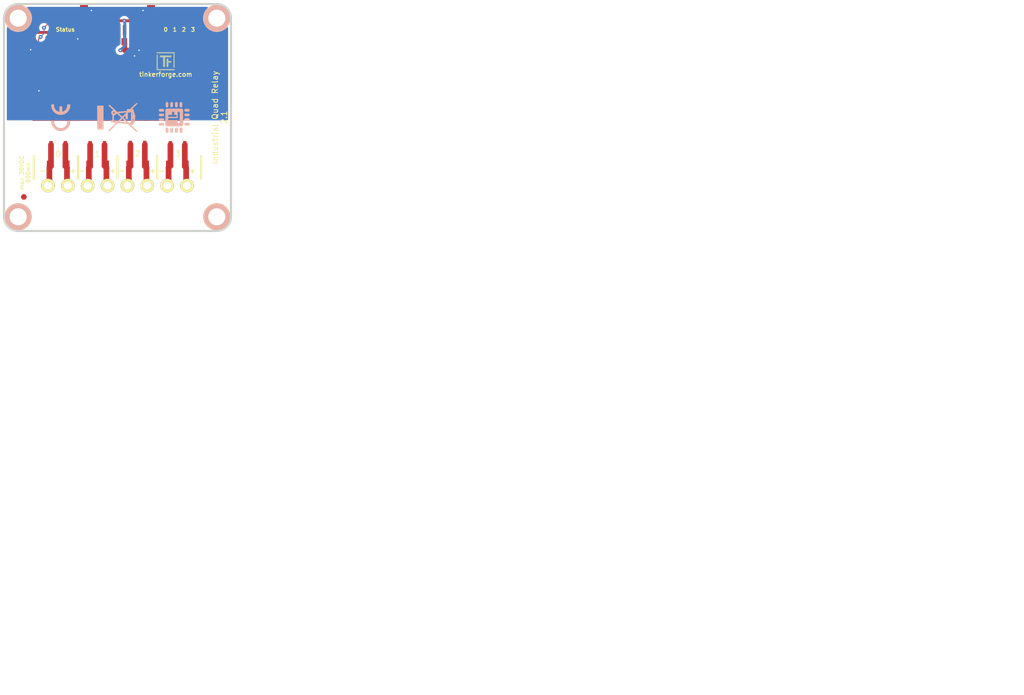
<source format=kicad_pcb>
(kicad_pcb (version 20211014) (generator pcbnew)
  (title_block (title "Industrial Quad Relay Bricklet") (date "2021-12-03") (rev "2.1") (company "Tinkerforge GmbH") (comment 1 "Licensed under CERN OHL v.1.1") (comment 2 "Copyright (©) 2021, B.Nordmeyer <bastian@tinkerforge.com>"))
  (layers (0 "F.Cu" signal "Front") (31 "B.Cu" signal "Back") (34 "B.Paste" user) (35 "F.Paste" user) (36 "B.SilkS" user "B.Silkscreen") (37 "F.SilkS" user "F.Silkscreen") (38 "B.Mask" user) (39 "F.Mask" user) (44 "Edge.Cuts" user))
  (net 0 "")
  (net 1 "3V3")
  (net 2 "GND")
  (net 3 "OUTPUT1")
  (net 4 "OUTPUT2")
  (net 5 "OUTPUT3")
  (net 6 "Net-(P1-Pad4)")
  (net 7 "Net-(P1-Pad5)")
  (net 8 "Net-(P1-Pad6)")
  (net 9 "Net-(P2-Pad2)")
  (net 10 "Net-(P2-Pad3)")
  (net 11 "Net-(P2-Pad4)")
  (net 12 "Net-(P2-Pad1)")
  (net 13 "Net-(P2-Pad5)")
  (net 14 "Net-(P2-Pad6)")
  (net 15 "Net-(P2-Pad7)")
  (net 16 "Net-(P2-Pad8)")
  (net 17 "Net-(RP1-Pad5)")
  (net 18 "Net-(RP1-Pad6)")
  (net 19 "Net-(RP1-Pad7)")
  (net 20 "Net-(RP1-Pad8)")
  (net 21 "Net-(C2-Pad1)")
  (net 22 "Net-(D1-Pad2)")
  (net 23 "Net-(P3-Pad1)")
  (net 24 "Net-(P4-Pad2)")
  (net 25 "Net-(R5-Pad1)")
  (net 26 "S-MISO")
  (net 27 "S-MOSI")
  (net 28 "S-CLK")
  (net 29 "S-CS")
  (net 30 "LED0")
  (net 31 "LED1")
  (net 32 "LED2")
  (net 33 "LED3")
  (net 34 "OUTPUT0")
  (net 35 "Net-(D2-Pad2)")
  (net 36 "Net-(D3-Pad2)")
  (net 37 "Net-(D4-Pad2)")
  (net 38 "Net-(D5-Pad2)")
  (net 39 "Net-(P1-Pad1)")
  (net 40 "Net-(U1-Pad2)")
  (net 41 "Net-(U1-Pad3)")
  (net 42 "Net-(U1-Pad4)")
  (net 43 "Net-(U1-Pad5)")
  (net 44 "Net-(U1-Pad6)")
  (net 45 "Net-(U1-Pad8)")
  (net 46 "Net-(U1-Pad11)")
  (footprint "kicad-libraries:Fiducial_Mark" (layer "F.Cu") (at 101.30028 72.04964)
    (fp_text reference "Fiducial_Mark" hide)
    (fp_text value "VAL**" hide)
    (pad "1" smd circle locked (at 0 0) (size 1.00076 1.00076) (layers "F.Cu" "F.Paste" "F.Mask") (clearance 0.65024))
  )
  (footprint "kicad-libraries:Fiducial_Mark" (layer "F.Cu") (at 135.8011 44.54906)
    (fp_text reference "Fiducial_Mark" hide)
    (fp_text value "VAL**" hide)
    (pad "1" smd circle locked (at 0 0) (size 1.00076 1.00076) (layers "F.Cu" "F.Paste" "F.Mask") (clearance 0.65024))
  )
  (footprint "kicad-libraries:Logo_31x31" (layer "F.Cu") (at 124.7 46.55)
    (fp_text reference "G***" hide)
    (fp_text value "Logo_31x31" hide)
  )
  (footprint "kicad-libraries:DEBUG_PAD" (layer "F.Cu") (at 104.35 50.2)
    (fp_text reference "P3")
    (fp_text value "Debug")
    (pad "1" smd circle locked (at 0 0) (size 0.7 0.7) (layers "F.Cu" "F.Paste" "F.Mask") (net 23 "Net-(P3-Pad1)"))
  )
  (footprint "kicad-libraries:SolderJumper" (layer "F.Cu") (at 103.95 52.1 90)
    (fp_text reference "P4")
    (fp_text value "Boot")
    (pad "1" smd rect locked (at -0.225 0.55 90) (size 0.95 0.3) (layers "F.Cu" "F.Mask") (net 2 "GND"))
    (pad "1" smd rect locked (at -0.225 -0.55 90) (size 0.95 0.3) (layers "F.Cu" "F.Mask") (net 2 "GND"))
    (pad "1" smd rect locked (at -0.5 0 90) (size 0.4 1.4) (layers "F.Cu" "F.Mask") (net 2 "GND"))
    (pad "2" smd rect locked (at 0.55 0 90) (size 0.3 1.4) (layers "F.Cu" "F.Mask") (net 24 "Net-(P4-Pad2)"))
    (pad "2" smd rect locked (at 0.15 0 90) (size 0.6 0.5) (layers "F.Cu" "F.Mask") (net 24 "Net-(P4-Pad2)"))
  )
  (footprint "kicad-libraries:4X0402" (layer "F.Cu") (at 112.2 45.9 90)
    (fp_text reference "RP2")
    (fp_text value "82")
    (pad "1" smd rect locked (at -0.7493 0.575 270) (size 0.29972 0.65) (layers "F.Cu" "F.Paste" "F.Mask") (net 6 "Net-(P1-Pad4)"))
    (pad "2" smd rect locked (at -0.24892 0.575 270) (size 0.29972 0.65) (layers "F.Cu" "F.Paste" "F.Mask") (net 7 "Net-(P1-Pad5)"))
    (pad "3" smd rect locked (at 0.24892 0.575 270) (size 0.29972 0.65) (layers "F.Cu" "F.Paste" "F.Mask") (net 8 "Net-(P1-Pad6)"))
    (pad "4" smd rect locked (at 0.7493 0.575 270) (size 0.29972 0.65) (layers "F.Cu" "F.Paste" "F.Mask") (net 21 "Net-(C2-Pad1)"))
    (pad "5" smd rect locked (at 0.7493 -0.575 90) (size 0.29972 0.65) (layers "F.Cu" "F.Paste" "F.Mask") (net 26 "S-MISO"))
    (pad "6" smd rect locked (at 0.24892 -0.575 90) (size 0.29972 0.65) (layers "F.Cu" "F.Paste" "F.Mask") (net 27 "S-MOSI"))
    (pad "7" smd rect locked (at -0.24892 -0.575 90) (size 0.29972 0.65) (layers "F.Cu" "F.Paste" "F.Mask") (net 28 "S-CLK"))
    (pad "8" smd rect locked (at -0.7493 -0.575 90) (size 0.29972 0.65) (layers "F.Cu" "F.Paste" "F.Mask") (net 29 "S-CS"))
  )
  (footprint "kicad-libraries:QFN24-4x4mm-0.5mm" (layer "F.Cu") (at 106.8 46.8 -90)
    (fp_text reference "U1")
    (fp_text value "XMC1100")
    (pad "1" smd oval locked (at -2.025 -1.25 270) (size 1 0.3) (layers "F.Cu" "F.Paste" "F.Mask") (net 26 "S-MISO"))
    (pad "2" smd oval locked (at -2.025 -0.75 270) (size 1 0.3) (layers "F.Cu" "F.Paste" "F.Mask") (net 40 "Net-(U1-Pad2)"))
    (pad "3" smd oval locked (at -2.025 -0.25 270) (size 1 0.3) (layers "F.Cu" "F.Paste" "F.Mask") (net 41 "Net-(U1-Pad3)"))
    (pad "4" smd oval locked (at -2.025 0.25 270) (size 1 0.3) (layers "F.Cu" "F.Paste" "F.Mask") (net 42 "Net-(U1-Pad4)"))
    (pad "5" smd oval locked (at -2.025 0.75 270) (size 1 0.3) (layers "F.Cu" "F.Paste" "F.Mask") (net 43 "Net-(U1-Pad5)"))
    (pad "6" smd oval locked (at -2.025 1.25 270) (size 1 0.3) (layers "F.Cu" "F.Paste" "F.Mask") (net 44 "Net-(U1-Pad6)"))
    (pad "7" smd oval locked (at -1.25 2.025) (size 1 0.3) (layers "F.Cu" "F.Paste" "F.Mask") (net 25 "Net-(R5-Pad1)"))
    (pad "8" smd oval locked (at -0.75 2.025) (size 1 0.3) (layers "F.Cu" "F.Paste" "F.Mask") (net 45 "Net-(U1-Pad8)"))
    (pad "9" smd oval locked (at -0.25 2.025) (size 1 0.3) (layers "F.Cu" "F.Paste" "F.Mask") (net 2 "GND"))
    (pad "10" smd oval locked (at 0.25 2.025) (size 1 0.3) (layers "F.Cu" "F.Paste" "F.Mask") (net 1 "3V3"))
    (pad "11" smd oval locked (at 0.75 2.025) (size 1 0.3) (layers "F.Cu" "F.Paste" "F.Mask") (net 46 "Net-(U1-Pad11)"))
    (pad "12" smd oval locked (at 1.25 2.025) (size 1 0.3) (layers "F.Cu" "F.Paste" "F.Mask") (net 24 "Net-(P4-Pad2)"))
    (pad "13" smd oval locked (at 2.025 1.25 270) (size 1 0.3) (layers "F.Cu" "F.Paste" "F.Mask") (net 23 "Net-(P3-Pad1)"))
    (pad "14" smd oval locked (at 2.025 0.75 270) (size 1 0.3) (layers "F.Cu" "F.Paste" "F.Mask") (net 34 "OUTPUT0"))
    (pad "15" smd oval locked (at 2.025 0.25 270) (size 1 0.3) (layers "F.Cu" "F.Paste" "F.Mask") (net 3 "OUTPUT1"))
    (pad "16" smd oval locked (at 2.025 -0.25 270) (size 1 0.3) (layers "F.Cu" "F.Paste" "F.Mask") (net 4 "OUTPUT2"))
    (pad "17" smd oval locked (at 2.025 -0.75 270) (size 1 0.3) (layers "F.Cu" "F.Paste" "F.Mask") (net 5 "OUTPUT3"))
    (pad "18" smd oval locked (at 2.025 -1.25 270) (size 1 0.3) (layers "F.Cu" "F.Paste" "F.Mask") (net 33 "LED3"))
    (pad "19" smd oval locked (at 1.25 -2.025) (size 1 0.3) (layers "F.Cu" "F.Paste" "F.Mask") (net 32 "LED2"))
    (pad "20" smd oval locked (at 0.75 -2.025) (size 1 0.3) (layers "F.Cu" "F.Paste" "F.Mask") (net 31 "LED1"))
    (pad "21" smd oval locked (at 0.25 -2.025) (size 1 0.3) (layers "F.Cu" "F.Paste" "F.Mask") (net 30 "LED0"))
    (pad "22" smd oval locked (at -0.25 -2.025) (size 1 0.3) (layers "F.Cu" "F.Paste" "F.Mask") (net 29 "S-CS"))
    (pad "23" smd oval locked (at -0.75 -2.025) (size 1 0.3) (layers "F.Cu" "F.Paste" "F.Mask") (net 28 "S-CLK"))
    (pad "24" smd oval locked (at -1.25 -2.025) (size 1 0.3) (layers "F.Cu" "F.Paste" "F.Mask") (net 27 "S-MOSI"))
    (pad "EXP" smd rect locked (at -0.65 -0.65 270) (size 1.3 1.3) (layers "F.Cu" "F.Paste" "F.Mask") (net 2 "GND"))
    (pad "EXP" smd rect locked (at -0.65 0.65 270) (size 1.3 1.3) (layers "F.Cu" "F.Paste" "F.Mask") (net 2 "GND"))
    (pad "EXP" smd rect locked (at 0.65 -0.65 270) (size 1.3 1.3) (layers "F.Cu" "F.Paste" "F.Mask") (net 2 "GND"))
    (pad "EXP" smd rect locked (at 0.65 0.65 270) (size 1.3 1.3) (layers "F.Cu" "F.Paste" "F.Mask") (net 2 "GND"))
  )
  (footprint "kicad-libraries:C0603F" (layer "F.Cu") (at 120 46.2)
    (fp_text reference "C1")
    (fp_text value "100nF")
    (pad "1" smd rect locked (at -0.75 0) (size 0.9 0.9) (layers "F.Cu" "F.Paste" "F.Mask") (net 1 "3V3"))
    (pad "2" smd rect locked (at 0.75 0) (size 0.9 0.9) (layers "F.Cu" "F.Paste" "F.Mask") (net 2 "GND"))
  )
  (footprint "kicad-libraries:C0402F" (layer "F.Cu") (at 112.1 44.2 180)
    (fp_text reference "C2")
    (fp_text value "220pF")
    (pad "1" smd rect locked (at -0.5 0 180) (size 0.6 0.7) (layers "F.Cu" "F.Paste" "F.Mask") (net 21 "Net-(C2-Pad1)"))
    (pad "2" smd rect locked (at 0.5 0 180) (size 0.6 0.7) (layers "F.Cu" "F.Paste" "F.Mask") (net 2 "GND"))
  )
  (footprint "kicad-libraries:C0805" (layer "F.Cu") (at 120 44.7)
    (fp_text reference "C3")
    (fp_text value "10uF")
    (pad "1" smd rect locked (at -1.00076 0) (size 1.00076 1.24968) (layers "F.Cu" "F.Paste" "F.Mask") (net 1 "3V3") (clearance 0.14986))
    (pad "2" smd rect locked (at 1.00076 0) (size 1.00076 1.24968) (layers "F.Cu" "F.Paste" "F.Mask") (net 2 "GND") (clearance 0.14986))
  )
  (footprint "kicad-libraries:C0603F" (layer "F.Cu") (at 103.3 46.9 90)
    (fp_text reference "C4")
    (fp_text value "100nF")
    (pad "1" smd rect locked (at -0.75 0 90) (size 0.9 0.9) (layers "F.Cu" "F.Paste" "F.Mask") (net 1 "3V3"))
    (pad "2" smd rect locked (at 0.75 0 90) (size 0.9 0.9) (layers "F.Cu" "F.Paste" "F.Mask") (net 2 "GND"))
  )
  (footprint "kicad-libraries:D0603F" (layer "F.Cu") (at 109.3 40.55 90)
    (fp_text reference "D1")
    (fp_text value "blue")
    (pad "1" smd rect locked (at -0.75 0 90) (size 0.9 0.9) (layers "F.Cu" "F.Paste" "F.Mask") (net 1 "3V3"))
    (pad "2" smd rect locked (at 0.75 0 90) (size 0.9 0.9) (layers "F.Cu" "F.Paste" "F.Mask") (net 22 "Net-(D1-Pad2)"))
  )
  (footprint "kicad-libraries:D0603F" (layer "F.Cu") (at 126.3 40.55 -90)
    (fp_text reference "D2")
    (fp_text value "blue")
    (pad "1" smd rect locked (at -0.75 0 270) (size 0.9 0.9) (layers "F.Cu" "F.Paste" "F.Mask") (net 1 "3V3"))
    (pad "2" smd rect locked (at 0.75 0 270) (size 0.9 0.9) (layers "F.Cu" "F.Paste" "F.Mask") (net 35 "Net-(D2-Pad2)"))
  )
  (footprint "kicad-libraries:D0603F" (layer "F.Cu") (at 127.9 40.55 -90)
    (fp_text reference "D3")
    (fp_text value "blue")
    (pad "1" smd rect locked (at -0.75 0 270) (size 0.9 0.9) (layers "F.Cu" "F.Paste" "F.Mask") (net 1 "3V3"))
    (pad "2" smd rect locked (at 0.75 0 270) (size 0.9 0.9) (layers "F.Cu" "F.Paste" "F.Mask") (net 36 "Net-(D3-Pad2)"))
  )
  (footprint "kicad-libraries:D0603F" (layer "F.Cu") (at 129.5 40.55 -90)
    (fp_text reference "D4")
    (fp_text value "blue")
    (pad "1" smd rect locked (at -0.75 0 270) (size 0.9 0.9) (layers "F.Cu" "F.Paste" "F.Mask") (net 1 "3V3"))
    (pad "2" smd rect locked (at 0.75 0 270) (size 0.9 0.9) (layers "F.Cu" "F.Paste" "F.Mask") (net 37 "Net-(D4-Pad2)"))
  )
  (footprint "kicad-libraries:D0603F" (layer "F.Cu") (at 131.1 40.55 -90)
    (fp_text reference "D5")
    (fp_text value "blue")
    (pad "1" smd rect locked (at -0.75 0 270) (size 0.9 0.9) (layers "F.Cu" "F.Paste" "F.Mask") (net 1 "3V3"))
    (pad "2" smd rect locked (at 0.75 0 270) (size 0.9 0.9) (layers "F.Cu" "F.Paste" "F.Mask") (net 38 "Net-(D5-Pad2)"))
  )
  (footprint "kicad-libraries:CON-SENSOR2" (layer "F.Cu") (at 117.80012 38.0492 180)
    (fp_text reference "P1")
    (fp_text value "CON-SENSOR")
    (pad "1" smd rect locked (at -3.75 -4.6 180) (size 0.6 1.8) (layers "F.Cu" "F.Paste" "F.Mask") (net 39 "Net-(P1-Pad1)"))
    (pad "2" smd rect locked (at -2.5 -4.6 180) (size 0.6 1.8) (layers "F.Cu" "F.Paste" "F.Mask") (net 2 "GND"))
    (pad "3" smd rect locked (at -1.25 -4.6 180) (size 0.6 1.8) (layers "F.Cu" "F.Paste" "F.Mask") (net 1 "3V3"))
    (pad "4" smd rect locked (at 0 -4.6 180) (size 0.6 1.8) (layers "F.Cu" "F.Paste" "F.Mask") (net 6 "Net-(P1-Pad4)"))
    (pad "5" smd rect locked (at 1.25 -4.6 180) (size 0.6 1.8) (layers "F.Cu" "F.Paste" "F.Mask") (net 7 "Net-(P1-Pad5)"))
    (pad "6" smd rect locked (at 2.5 -4.6 180) (size 0.6 1.8) (layers "F.Cu" "F.Paste" "F.Mask") (net 8 "Net-(P1-Pad6)"))
    (pad "7" smd rect locked (at 3.75 -4.6 180) (size 0.6 1.8) (layers "F.Cu" "F.Paste" "F.Mask") (net 21 "Net-(C2-Pad1)"))
    (pad "EP" smd rect locked (at 5.9 -1.2 180) (size 1.4 2.4) (layers "F.Cu" "F.Paste" "F.Mask") (net 2 "GND"))
    (pad "EP" smd rect locked (at -5.9 -1.2 180) (size 1.4 2.4) (layers "F.Cu" "F.Paste" "F.Mask") (net 2 "GND"))
  )
  (footprint "kicad-libraries:OQ_8P" (layer "F.Cu") (at 117.80012 70.05066)
    (fp_text reference "P2")
    (fp_text value "Digital Output")
    (pad "1" thru_hole circle locked (at -12.25042 0) (size 2.4003 2.4003) (drill 1.39954) (layers *.Cu *.Mask "F.SilkS") (net 12 "Net-(P2-Pad1)"))
    (pad "2" thru_hole circle locked (at -8.7503 0) (size 2.4003 2.4003) (drill 1.39954) (layers *.Cu *.Mask "F.SilkS") (net 9 "Net-(P2-Pad2)"))
    (pad "3" thru_hole circle locked (at -5.25018 0) (size 2.4003 2.4003) (drill 1.39954) (layers *.Cu *.Mask "F.SilkS") (net 10 "Net-(P2-Pad3)"))
    (pad "4" thru_hole circle locked (at -1.75006 0) (size 2.4003 2.4003) (drill 1.39954) (layers *.Cu *.Mask "F.SilkS") (net 11 "Net-(P2-Pad4)"))
    (pad "5" thru_hole circle locked (at 1.75006 0) (size 2.4003 2.4003) (drill 1.39954) (layers *.Cu *.Mask "F.SilkS") (net 13 "Net-(P2-Pad5)"))
    (pad "6" thru_hole circle locked (at 5.25018 0) (size 2.4003 2.4003) (drill 1.39954) (layers *.Cu *.Mask "F.SilkS") (net 14 "Net-(P2-Pad6)"))
    (pad "7" thru_hole circle locked (at 8.7503 0) (size 2.4003 2.4003) (drill 1.39954) (layers *.Cu *.Mask "F.SilkS") (net 15 "Net-(P2-Pad7)"))
    (pad "8" thru_hole circle locked (at 12.25042 0) (size 2.4003 2.4003) (drill 1.39954) (layers *.Cu *.Mask "F.SilkS") (net 16 "Net-(P2-Pad8)"))
  )
  (footprint "kicad-libraries:R1210" (layer "F.Cu") (at 107.35056 66.89852)
    (fp_text reference "R1")
    (fp_text value "VJ13PC0300KBA")
    (pad "1" smd rect locked (at -1.5494 0) (size 0.89916 2.49936) (layers "F.Cu" "F.Paste" "F.Mask") (net 12 "Net-(P2-Pad1)") (clearance 0.14986))
    (pad "2" smd rect locked (at 1.5494 0) (size 0.89916 2.49936) (layers "F.Cu" "F.Paste" "F.Mask") (net 9 "Net-(P2-Pad2)") (clearance 0.14986))
  )
  (footprint "kicad-libraries:R1210" (layer "F.Cu") (at 114.3 66.89852)
    (fp_text reference "R2")
    (fp_text value "VJ13PC0300KBA")
    (pad "1" smd rect locked (at -1.5494 0) (size 0.89916 2.49936) (layers "F.Cu" "F.Paste" "F.Mask") (net 10 "Net-(P2-Pad3)") (clearance 0.14986))
    (pad "2" smd rect locked (at 1.5494 0) (size 0.89916 2.49936) (layers "F.Cu" "F.Paste" "F.Mask") (net 11 "Net-(P2-Pad4)") (clearance 0.14986))
  )
  (footprint "kicad-libraries:R1210" (layer "F.Cu") (at 121.35104 66.89852)
    (fp_text reference "R3")
    (fp_text value "VJ13PC0300KBA")
    (pad "1" smd rect locked (at -1.5494 0) (size 0.89916 2.49936) (layers "F.Cu" "F.Paste" "F.Mask") (net 13 "Net-(P2-Pad5)") (clearance 0.14986))
    (pad "2" smd rect locked (at 1.5494 0) (size 0.89916 2.49936) (layers "F.Cu" "F.Paste" "F.Mask") (net 14 "Net-(P2-Pad6)") (clearance 0.14986))
  )
  (footprint "kicad-libraries:R1210" (layer "F.Cu") (at 128.35128 66.89852)
    (fp_text reference "R4")
    (fp_text value "VJ13PC0300KBA")
    (pad "1" smd rect locked (at -1.5494 0) (size 0.89916 2.49936) (layers "F.Cu" "F.Paste" "F.Mask") (net 15 "Net-(P2-Pad7)") (clearance 0.14986))
    (pad "2" smd rect locked (at 1.5494 0) (size 0.89916 2.49936) (layers "F.Cu" "F.Paste" "F.Mask") (net 16 "Net-(P2-Pad8)") (clearance 0.14986))
  )
  (footprint "kicad-libraries:R0603F" (layer "F.Cu") (at 107.9 40.55 90)
    (fp_text reference "R5")
    (fp_text value "1k")
    (pad "1" smd rect locked (at -0.75 0 90) (size 0.9 0.9) (layers "F.Cu" "F.Paste" "F.Mask") (net 25 "Net-(R5-Pad1)"))
    (pad "2" smd rect locked (at 0.75 0 90) (size 0.9 0.9) (layers "F.Cu" "F.Paste" "F.Mask") (net 22 "Net-(D1-Pad2)"))
  )
  (footprint "kicad-libraries:0603X4" (layer "F.Cu") (at 111.3 53.05)
    (fp_text reference "RP1")
    (fp_text value "1k")
    (pad "1" smd rect locked (at 1.19888 -0.8509) (size 0.44958 0.89916) (layers "F.Cu" "F.Paste" "F.Mask") (net 5 "OUTPUT3"))
    (pad "2" smd rect locked (at 0.39878 -0.8509) (size 0.44958 0.89916) (layers "F.Cu" "F.Paste" "F.Mask") (net 4 "OUTPUT2"))
    (pad "3" smd rect locked (at -0.39878 -0.8509) (size 0.44958 0.89916) (layers "F.Cu" "F.Paste" "F.Mask") (net 3 "OUTPUT1"))
    (pad "4" smd rect locked (at -1.19888 -0.8509) (size 0.44958 0.89916) (layers "F.Cu" "F.Paste" "F.Mask") (net 34 "OUTPUT0"))
    (pad "5" smd rect locked (at -1.19888 0.8509) (size 0.44958 0.89916) (layers "F.Cu" "F.Paste" "F.Mask") (net 17 "Net-(RP1-Pad5)"))
    (pad "6" smd rect locked (at -0.39878 0.8509) (size 0.44958 0.89916) (layers "F.Cu" "F.Paste" "F.Mask") (net 18 "Net-(RP1-Pad6)"))
    (pad "7" smd rect locked (at 0.39878 0.8509) (size 0.44958 0.89916) (layers "F.Cu" "F.Paste" "F.Mask") (net 19 "Net-(RP1-Pad7)"))
    (pad "8" smd rect locked (at 1.19888 0.8509) (size 0.44958 0.89916) (layers "F.Cu" "F.Paste" "F.Mask") (net 20 "Net-(RP1-Pad8)"))
  )
  (footprint "kicad-libraries:0603X4" (layer "F.Cu") (at 115.6 49.05 90)
    (fp_text reference "RP3")
    (fp_text value "1k")
    (pad "1" smd rect locked (at 1.19888 -0.8509 90) (size 0.44958 0.89916) (layers "F.Cu" "F.Paste" "F.Mask") (net 30 "LED0"))
    (pad "2" smd rect locked (at 0.39878 -0.8509 90) (size 0.44958 0.89916) (layers "F.Cu" "F.Paste" "F.Mask") (net 31 "LED1"))
    (pad "3" smd rect locked (at -0.39878 -0.8509 90) (size 0.44958 0.89916) (layers "F.Cu" "F.Paste" "F.Mask") (net 32 "LED2"))
    (pad "4" smd rect locked (at -1.19888 -0.8509 90) (size 0.44958 0.89916) (layers "F.Cu" "F.Paste" "F.Mask") (net 33 "LED3"))
    (pad "5" smd rect locked (at -1.19888 0.8509 90) (size 0.44958 0.89916) (layers "F.Cu" "F.Paste" "F.Mask") (net 38 "Net-(D5-Pad2)"))
    (pad "6" smd rect locked (at -0.39878 0.8509 90) (size 0.44958 0.89916) (layers "F.Cu" "F.Paste" "F.Mask") (net 37 "Net-(D4-Pad2)"))
    (pad "7" smd rect locked (at 0.39878 0.8509 90) (size 0.44958 0.89916) (layers "F.Cu" "F.Paste" "F.Mask") (net 36 "Net-(D3-Pad2)"))
    (pad "8" smd rect locked (at 1.19888 0.8509 90) (size 0.44958 0.89916) (layers "F.Cu" "F.Paste" "F.Mask") (net 35 "Net-(D2-Pad2)"))
  )
  (footprint "kicad-libraries:SOP4-WIDE" (layer "F.Cu") (at 107.35056 60.04814)
    (fp_text reference "U2")
    (fp_text value "CPC1002N")
    (pad "1" smd rect locked (at 1.27 -3.15) (size 0.59944 2) (layers "F.Cu" "F.Paste" "F.Mask") (net 1 "3V3"))
    (pad "2" smd rect locked (at -1.27 -3.15) (size 0.59944 2) (layers "F.Cu" "F.Paste" "F.Mask") (net 17 "Net-(RP1-Pad5)"))
    (pad "3" smd rect locked (at -1.27 3.15) (size 0.59944 2) (layers "F.Cu" "F.Paste" "F.Mask") (net 12 "Net-(P2-Pad1)"))
    (pad "4" smd rect locked (at 1.27 3.15) (size 0.59944 2) (layers "F.Cu" "F.Paste" "F.Mask") (net 9 "Net-(P2-Pad2)"))
  )
  (footprint "kicad-libraries:SOP4-WIDE" (layer "F.Cu") (at 114.2492 60.04814)
    (fp_text reference "U3")
    (fp_text value "CPC1002N")
    (pad "1" smd rect locked (at 1.27 -3.15) (size 0.59944 2) (layers "F.Cu" "F.Paste" "F.Mask") (net 1 "3V3"))
    (pad "2" smd rect locked (at -1.27 -3.15) (size 0.59944 2) (layers "F.Cu" "F.Paste" "F.Mask") (net 18 "Net-(RP1-Pad6)"))
    (pad "3" smd rect locked (at -1.27 3.15) (size 0.59944 2) (layers "F.Cu" "F.Paste" "F.Mask") (net 10 "Net-(P2-Pad3)"))
    (pad "4" smd rect locked (at 1.27 3.15) (size 0.59944 2) (layers "F.Cu" "F.Paste" "F.Mask") (net 11 "Net-(P2-Pad4)"))
  )
  (footprint "kicad-libraries:SOP4-WIDE" (layer "F.Cu") (at 121.35104 59.99988)
    (fp_text reference "U4")
    (fp_text value "CPC1002N")
    (pad "1" smd rect locked (at 1.27 -3.15) (size 0.59944 2) (layers "F.Cu" "F.Paste" "F.Mask") (net 1 "3V3"))
    (pad "2" smd rect locked (at -1.27 -3.15) (size 0.59944 2) (layers "F.Cu" "F.Paste" "F.Mask") (net 19 "Net-(RP1-Pad7)"))
    (pad "3" smd rect locked (at -1.27 3.15) (size 0.59944 2) (layers "F.Cu" "F.Paste" "F.Mask") (net 13 "Net-(P2-Pad5)"))
    (pad "4" smd rect locked (at 1.27 3.15) (size 0.59944 2) (layers "F.Cu" "F.Paste" "F.Mask") (net 14 "Net-(P2-Pad6)"))
  )
  (footprint "kicad-libraries:SOP4-WIDE" (layer "F.Cu") (at 128.39954 60.04814)
    (fp_text reference "U5")
    (fp_text value "CPC1002N")
    (pad "1" smd rect locked (at 1.27 -3.15) (size 0.59944 2) (layers "F.Cu" "F.Paste" "F.Mask") (net 1 "3V3"))
    (pad "2" smd rect locked (at -1.27 -3.15) (size 0.59944 2) (layers "F.Cu" "F.Paste" "F.Mask") (net 20 "Net-(RP1-Pad8)"))
    (pad "3" smd rect locked (at -1.27 3.15) (size 0.59944 2) (layers "F.Cu" "F.Paste" "F.Mask") (net 15 "Net-(P2-Pad7)"))
    (pad "4" smd rect locked (at 1.27 3.15) (size 0.59944 2) (layers "F.Cu" "F.Paste" "F.Mask") (net 16 "Net-(P2-Pad8)"))
  )
  (footprint "kicad-libraries:DRILL_NP" (layer "F.Cu") (at 100.29952 75.54976)
    (fp_text reference "U6" hide)
    (fp_text value "DRILL" hide)
    (pad "" np_thru_hole circle locked (at 0 0) (size 2.99974 2.99974) (drill 2.99974) (layers *.Cu *.Mask "F.SilkS") (clearance 0.89916))
  )
  (footprint "kicad-libraries:DRILL_NP" (layer "F.Cu") (at 100.29952 40.54856)
    (fp_text reference "U7" hide)
    (fp_text value "DRILL" hide)
    (pad "" np_thru_hole circle locked (at 0 0) (size 2.99974 2.99974) (drill 2.99974) (layers *.Cu *.Mask "F.SilkS") (clearance 0.89916))
  )
  (footprint "kicad-libraries:DRILL_NP" (layer "F.Cu") (at 135.30072 40.54856)
    (fp_text reference "U8" hide)
    (fp_text value "DRILL" hide)
    (pad "" np_thru_hole circle locked (at 0 0) (size 2.99974 2.99974) (drill 2.99974) (layers *.Cu *.Mask "F.SilkS") (clearance 0.89916))
  )
  (footprint "kicad-libraries:DRILL_NP" (layer "F.Cu") (at 135.30072 75.54976)
    (fp_text reference "U9" hide)
    (fp_text value "DRILL" hide)
    (pad "" np_thru_hole circle locked (at 0 0) (size 2.99974 2.99974) (drill 2.99974) (layers *.Cu *.Mask "F.SilkS") (clearance 0.89916))
  )
  (footprint "kicad-libraries:WEEE_7mm" (layer "B.Cu") (at 117.8 58.05 90)
    (fp_text reference "VAL" hide)
    (fp_text value "WEEE_7mm" hide)
  )
  (footprint "kicad-libraries:CE_5mm" (layer "B.Cu") (at 107.8 58.05 90)
    (fp_text reference "VAL" hide)
    (fp_text value "CE_5mm" hide)
  )
  (footprint "kicad-libraries:Logo_CoMCU" (layer "B.Cu") (at 127.8 58.05 90)
    (fp_text reference "G***" hide)
    (fp_text value "LOGO" hide)
  )
  (gr_line (start 110.85068 68.84924) (end 110.85068 64.84874) (layer "F.SilkS") (width 0.381))
  (gr_line (start 103.05034 68.84924) (end 103.05034 64.84874) (layer "F.SilkS") (width 0.381))
  (gr_line (start 132.5499 68.84924) (end 132.5499 64.84874) (layer "F.SilkS") (width 0.381))
  (gr_line (start 117.80012 68.84924) (end 117.80012 64.84874) (layer "F.SilkS") (width 0.381))
  (gr_line (start 124.80036 68.84924) (end 124.80036 64.84874) (layer "F.SilkS") (width 0.381))
  (gr_line (start 100.3 78.05) (end 135.3 78.05) (layer "Edge.Cuts") (width 0.381))
  (gr_line (start 135.3 38.05) (end 100.3 38.05) (layer "Edge.Cuts") (width 0.381))
  (gr_arc (start 137.8 75.55) (mid 137.067767 77.317767) (end 135.3 78.05) (layer "Edge.Cuts") (width 0.381))
  (gr_arc (start 97.8 40.55) (mid 98.532233 38.782233) (end 100.3 38.05) (layer "Edge.Cuts") (width 0.381))
  (gr_line (start 137.8 75.55) (end 137.8 40.55) (layer "Edge.Cuts") (width 0.381))
  (gr_line (start 97.8 40.55) (end 97.8 75.55) (layer "Edge.Cuts") (width 0.381))
  (gr_arc (start 135.3 38.05) (mid 137.067767 38.782233) (end 137.8 40.55) (layer "Edge.Cuts") (width 0.381))
  (gr_arc (start 100.3 78.05) (mid 98.532233 77.317767) (end 97.8 75.55) (layer "Edge.Cuts") (width 0.381))
  (gr_text "max 30VDC\n600mA" (at 101.5 67.80022 90) (layer "F.SilkS") (effects (font (size 0.70104 0.70104) (thickness 0.14986))))
  (gr_text "+" (at 124 67.45) (layer "F.SilkS") (effects (font (size 0.8 0.8) (thickness 0.2))))
  (gr_text "+" (at 117 67.45) (layer "F.SilkS") (effects (font (size 0.8 0.8) (thickness 0.2))))
  (gr_text "+" (at 110 67.45) (layer "F.SilkS") (effects (font (size 0.8 0.8) (thickness 0.2))))
  (gr_text "-" (at 104.6 67.45) (layer "F.SilkS") (effects (font (size 0.8 0.8) (thickness 0.2))))
  (gr_text "-" (at 111.6 67.45) (layer "F.SilkS") (effects (font (size 0.8 0.8) (thickness 0.2))))
  (gr_text "-" (at 118.6 67.45) (layer "F.SilkS") (effects (font (size 0.8 0.8) (thickness 0.2))))
  (gr_text "-" (at 125.6 67.45) (layer "F.SilkS") (effects (font (size 0.8 0.8) (thickness 0.2))))
  (gr_text "Industrial Quad Relay\n2.1" (at 135.8 58.05 90) (layer "F.SilkS") (effects (font (size 1 1))))
  (gr_text "2" (at 129.5 42.55) (layer "F.SilkS") (effects (font (size 0.70104 0.70104) (thickness 0.14986))))
  (gr_text "1" (at 127.9 42.55) (layer "F.SilkS") (effects (font (size 0.70104 0.70104) (thickness 0.14986))))
  (gr_text "+" (at 131 67.45) (layer "F.SilkS") (effects (font (size 0.8 0.8) (thickness 0.2))))
  (gr_text "3" (at 128.39954 64.44996) (layer "F.SilkS") (effects (font (size 1.00076 1.00076) (thickness 0.14986))))
  (gr_text "Status" (at 108.6 42.55) (layer "F.SilkS") (effects (font (size 0.70104 0.70104) (thickness 0.14986))))
  (gr_text "tinkerforge.com" (at 126.3 50.45) (layer "F.SilkS") (effects (font (size 0.8001 0.8001) (thickness 0.14986))))
  (gr_text "0" (at 126.3 42.55) (layer "F.SilkS") (effects (font (size 0.70104 0.70104) (thickness 0.14986))))
  (gr_text "0" (at 107.35056 64.49822) (layer "F.SilkS") (effects (font (size 1.00076 1.00076) (thickness 0.14986))))
  (gr_text "2" (at 121.35104 64.44996) (layer "F.SilkS") (effects (font (size 1.00076 1.00076) (thickness 0.14986))))
  (gr_text "1" (at 114.2492 64.49822) (layer "F.SilkS") (effects (font (size 1.00076 1.00076) (thickness 0.14986))))
  (gr_text "3" (at 131.1 42.55) (layer "F.SilkS") (effects (font (size 0.70104 0.70104) (thickness 0.14986))))
  (segment (start 122.875 58.375) (end 122.62104 58.12104) (width 0.29972) (layer "F.Cu") (net 1))
  (segment (start 122.62104 58.12104) (end 122.62104 56.84988) (width 0.29972) (layer "F.Cu") (net 1))
  (segment (start 115.925 58.375) (end 115.5192 57.9692) (width 0.29972) (layer "F.Cu") (net 1))
  (segment (start 115.5192 57.9692) (end 115.5192 56.89814) (width 0.29972) (layer "F.Cu") (net 1))
  (segment (start 108.875 58.375) (end 108.62056 58.12056) (width 0.29972) (layer "F.Cu") (net 1))
  (segment (start 108.62056 58.12056) (end 108.62056 56.89814) (width 0.29972) (layer "F.Cu") (net 1))
  (segment (start 129.05 58.375) (end 122.875 58.375) (width 0.50038) (layer "F.Cu") (net 1))
  (segment (start 129.225 58.375) (end 129.66954 57.93046) (width 0.50038) (layer "F.Cu") (net 1))
  (segment (start 129.66954 57.93046) (end 129.66954 56.89814) (width 0.29972) (layer "F.Cu") (net 1))
  (segment (start 104.15 47.05) (end 103.55 47.65) (width 0.29972) (layer "F.Cu") (net 1))
  (segment (start 103.55 47.65) (end 103.3 47.65) (width 0.29972) (layer "F.Cu") (net 1))
  (segment (start 119.25 46.2) (end 118.3 46.2) (width 0.50038) (layer "F.Cu") (net 1))
  (segment (start 119.25 44.95076) (end 118.99924 44.7) (width 0.50038) (layer "F.Cu") (net 1))
  (segment (start 119.05012 44.64912) (end 118.99924 44.7) (width 0.50038) (layer "F.Cu") (net 1))
  (segment (start 101.6 44.1) (end 101.6 47.15) (width 0.50038) (layer "F.Cu") (net 1))
  (segment (start 101.6 57) (end 102.975 58.375) (width 0.50038) (layer "F.Cu") (net 1))
  (segment (start 113.35 41) (end 111.3 43.05) (width 0.50038) (layer "F.Cu") (net 1))
  (segment (start 111.3 43.05) (end 109.7 43.05) (width 0.50038) (layer "F.Cu") (net 1))
  (segment (start 102.65 43.05) (end 101.6 44.1) (width 0.50038) (layer "F.Cu") (net 1))
  (segment (start 109.3 42.65) (end 109.7 43.05) (width 0.29972) (layer "F.Cu") (net 1))
  (segment (start 109.7 43.05) (end 102.65 43.05) (width 0.50038) (layer "F.Cu") (net 1))
  (segment (start 102.1 47.65) (end 101.6 47.15) (width 0.29972) (layer "F.Cu") (net 1))
  (segment (start 101.6 47.15) (end 101.6 57) (width 0.50038) (layer "F.Cu") (net 1))
  (segment (start 125.75 39.8) (end 124.55 41) (width 0.50038) (layer "F.Cu") (net 1))
  (segment (start 124.55 41) (end 119 41) (width 0.50038) (layer "F.Cu") (net 1))
  (segment (start 119 41) (end 119 41) (width 0.50038) (layer "F.Cu") (net 1))
  (segment (start 102.975 58.375) (end 108.875 58.375) (width 0.50038) (layer "F.Cu") (net 1))
  (segment (start 109.3 41.3) (end 109.3 42.65) (width 0.29972) (layer "F.Cu") (net 1))
  (segment (start 122.875 58.375) (end 115.925 58.375) (width 0.50038) (layer "F.Cu") (net 1))
  (segment (start 126.3 39.8) (end 125.75 39.8) (width 0.50038) (layer "F.Cu") (net 1))
  (segment (start 129.05 58.375) (end 129.225 58.375) (width 0.50038) (layer "F.Cu") (net 1))
  (segment (start 119.25 46.2) (end 119.25 44.95076) (width 0.50038) (layer "F.Cu") (net 1))
  (segment (start 103.3 47.65) (end 102.1 47.65) (width 0.29972) (layer "F.Cu") (net 1))
  (segment (start 119 41) (end 113.35 41) (width 0.50038) (layer "F.Cu") (net 1))
  (segment (start 131.1 39.8) (end 129.5 39.8) (width 0.50038) (layer "F.Cu") (net 1))
  (segment (start 119.05012 42.6492) (end 119.05012 44.64912) (width 0.50038) (layer "F.Cu") (net 1))
  (segment (start 115.925 58.375) (end 108.875 58.375) (width 0.50038) (layer "F.Cu") (net 1))
  (segment (start 104.775 47.05) (end 104.15 47.05) (width 0.29972) (layer "F.Cu") (net 1))
  (segment (start 127.9 39.8) (end 126.3 39.8) (width 0.50038) (layer "F.Cu") (net 1))
  (segment (start 129.5 39.8) (end 127.9 39.8) (width 0.50038) (layer "F.Cu") (net 1))
  (via (at 118.3 46.2) (size 0.70104) (drill 0.24892) (layers "F.Cu" "B.Cu") (net 1))
  (via (at 119 41) (size 0.70104) (drill 0.24892) (layers "F.Cu" "B.Cu") (net 1))
  (segment (start 119 41) (end 119.1 41.1) (width 0.50038) (layer "B.Cu") (net 1))
  (segment (start 119.1 41.1) (end 119.1 45.4) (width 0.50038) (layer "B.Cu") (net 1))
  (segment (start 119.1 45.4) (end 118.3 46.2) (width 0.50038) (layer "B.Cu") (net 1))
  (segment (start 104.05 46.55) (end 103.65 46.15) (width 0.29972) (layer "F.Cu") (net 2))
  (segment (start 103.65 46.15) (end 103.3 46.15) (width 0.29972) (layer "F.Cu") (net 2))
  (segment (start 105.75 46.55) (end 106.15 46.15) (width 0.29972) (layer "F.Cu") (net 2))
  (segment (start 120.30012 43.40012) (end 121.00076 44.10076) (width 0.50038) (layer "F.Cu") (net 2))
  (segment (start 121.00076 44.10076) (end 121.00076 44.7) (width 0.50038) (layer "F.Cu") (net 2))
  (segment (start 121.00076 45.39924) (end 120.75 45.65) (width 0.50038) (layer "F.Cu") (net 2))
  (segment (start 120.75 45.65) (end 120.75 46.2) (width 0.50038) (layer "F.Cu") (net 2))
  (segment (start 120.75 47.15) (end 120.8 47.2) (width 0.50038) (layer "F.Cu") (net 2))
  (segment (start 102.55 46.15) (end 102.5 46.1) (width 0.50038) (layer "F.Cu") (net 2))
  (segment (start 104.5 52.6) (end 103.95 52.6) (width 0.14986) (layer "F.Cu") (net 2))
  (segment (start 103.4 52.6) (end 103.4 52.3) (width 0.14986) (layer "F.Cu") (net 2))
  (segment (start 103.4 52.3) (end 103.4 52.325) (width 0.14986) (layer "F.Cu") (net 2))
  (segment (start 106.15 46.15) (end 106.15 47.45) (width 0.29972) (layer "F.Cu") (net 2))
  (segment (start 112.0013 39.19982) (end 113.20018 39.19982) (width 0.29972) (layer "F.Cu") (net 2))
  (segment (start 120.30012 42.6492) (end 120.30012 43.40012) (width 0.50038) (layer "F.Cu") (net 2))
  (segment (start 111.45 44.2) (end 110.8 44.2) (width 0.50038) (layer "F.Cu") (net 2))
  (segment (start 106.15 47.45) (end 107.45 47.45) (width 0.29972) (layer "F.Cu") (net 2))
  (segment (start 104.775 46.55) (end 105.75 46.55) (width 0.29972) (layer "F.Cu") (net 2))
  (segment (start 103.3 46.15) (end 102.55 46.15) (width 0.50038) (layer "F.Cu") (net 2))
  (segment (start 104.5 52.325) (end 104.5 52.6) (width 0.14986) (layer "F.Cu") (net 2))
  (segment (start 103.95 52.6) (end 103.95 53.35) (width 0.14986) (layer "F.Cu") (net 2))
  (segment (start 120.75 46.2) (end 120.75 47.15) (width 0.50038) (layer "F.Cu") (net 2))
  (segment (start 103.95 52.6) (end 103.4 52.6) (width 0.14986) (layer "F.Cu") (net 2))
  (segment (start 123.59894 39.19982) (end 122.301 39.19982) (width 0.29972) (layer "F.Cu") (net 2))
  (segment (start 106.15 46.15) (end 107.45 46.15) (width 0.29972) (layer "F.Cu") (net 2))
  (segment (start 121.00076 44.7) (end 121.00076 45.39924) (width 0.50038) (layer "F.Cu") (net 2))
  (segment (start 104.775 46.55) (end 104.05 46.55) (width 0.29972) (layer "F.Cu") (net 2))
  (segment (start 120.75 46.2) (end 121.6 46.2) (width 0.50038) (layer "F.Cu") (net 2))
  (via (at 103.95 53.35) (size 0.70104) (drill 0.24892) (layers "F.Cu" "B.Cu") (net 2))
  (via (at 120.8 47.2) (size 0.70104) (drill 0.24892) (layers "F.Cu" "B.Cu") (net 2))
  (via (at 110.8 44.2) (size 0.70104) (drill 0.24892) (layers "F.Cu" "B.Cu") (net 2))
  (via (at 121.6 46.2) (size 0.70104) (drill 0.24892) (layers "F.Cu" "B.Cu") (net 2))
  (via (at 122.301 39.19982) (size 0.70104) (drill 0.24892) (layers "F.Cu" "B.Cu") (net 2))
  (via (at 102.5 46.1) (size 0.70104) (drill 0.24892) (layers "F.Cu" "B.Cu") (net 2))
  (via (at 113.20018 39.19982) (size 0.70104) (drill 0.24892) (layers "F.Cu" "B.Cu") (net 2))
  (segment (start 106.85018 39.19982) (end 105.15092 40.89908) (width 0.29972) (layer "B.Cu") (net 2))
  (segment (start 113.20018 39.19982) (end 106.85018 39.19982) (width 0.29972) (layer "B.Cu") (net 2))
  (segment (start 113.20018 39.19982) (end 122.301 39.19982) (width 0.29972) (layer "B.Cu") (net 2))
  (segment (start 106.55 50.15) (end 107.4 51) (width 0.29972) (layer "F.Cu") (net 3))
  (segment (start 107.4 51) (end 110.35 51) (width 0.29972) (layer "F.Cu") (net 3))
  (segment (start 110.35 51) (end 110.90122 51.55122) (width 0.29972) (layer "F.Cu") (net 3))
  (segment (start 110.90122 51.55122) (end 110.90122 52.1991) (width 0.29972) (layer "F.Cu") (net 3))
  (segment (start 106.55 48.825) (end 106.55 50.15) (width 0.29972) (layer "F.Cu") (net 3))
  (segment (start 107.05 49.75) (end 107.75 50.45) (width 0.29972) (layer "F.Cu") (net 4))
  (segment (start 107.75 50.45) (end 110.85 50.45) (width 0.29972) (layer "F.Cu") (net 4))
  (segment (start 110.85 50.45) (end 111.69878 51.29878) (width 0.29972) (layer "F.Cu") (net 4))
  (segment (start 111.69878 51.29878) (end 111.69878 52.1991) (width 0.29972) (layer "F.Cu") (net 4))
  (segment (start 107.05 48.825) (end 107.05 49.75) (width 0.29972) (layer "F.Cu") (net 4))
  (segment (start 107.55 49.5) (end 107.95 49.9) (width 0.29972) (layer "F.Cu") (net 5))
  (segment (start 107.95 49.9) (end 111.45 49.9) (width 0.29972) (layer "F.Cu") (net 5))
  (segment (start 111.45 49.9) (end 112.49888 50.94888) (width 0.29972) (layer "F.Cu") (net 5))
  (segment (start 112.49888 50.94888) (end 112.49888 52.1991) (width 0.29972) (layer "F.Cu") (net 5))
  (segment (start 107.55 48.825) (end 107.55 49.5) (width 0.29972) (layer "F.Cu") (net 5))
  (segment (start 117.80012 44.09988) (end 115.2507 46.6493) (width 0.14986) (layer "F.Cu") (net 6))
  (segment (start 115.2507 46.6493) (end 112.775 46.6493) (width 0.14986) (layer "F.Cu") (net 6))
  (segment (start 117.80012 42.6492) (end 117.80012 44.09988) (width 0.14986) (layer "F.Cu") (net 6))
  (segment (start 114.75108 46.14892) (end 116.55012 44.34988) (width 0.14986) (layer "F.Cu") (net 7))
  (segment (start 116.55012 44.34988) (end 116.55012 42.6492) (width 0.14986) (layer "F.Cu") (net 7))
  (segment (start 112.775 46.14892) (end 114.75108 46.14892) (width 0.14986) (layer "F.Cu") (net 7))
  (segment (start 114.14892 45.65108) (end 115.30012 44.49988) (width 0.14986) (layer "F.Cu") (net 8))
  (segment (start 115.30012 44.49988) (end 115.30012 42.6492) (width 0.14986) (layer "F.Cu") (net 8))
  (segment (start 112.775 45.65108) (end 114.14892 45.65108) (width 0.14986) (layer "F.Cu") (net 8))
  (segment (start 108.89996 66.89852) (end 108.89996 69.9008) (width 1.00076) (layer "F.Cu") (net 9))
  (segment (start 108.89996 69.9008) (end 109.04982 70.05066) (width 1.00076) (layer "F.Cu") (net 9))
  (segment (start 108.62056 66.61912) (end 108.89996 66.89852) (width 1.00076) (layer "F.Cu") (net 9))
  (segment (start 108.62056 62.84722) (end 108.62056 66.61912) (width 1.00076) (layer "F.Cu") (net 9))
  (segment (start 112.9792 62.84722) (end 112.9792 66.66992) (width 1.00076) (layer "F.Cu") (net 10))
  (segment (start 112.9792 66.66992) (end 112.7506 66.89852) (width 1.00076) (layer "F.Cu") (net 10))
  (segment (start 112.7506 69.85) (end 112.54994 70.05066) (width 1.00076) (layer "F.Cu") (net 10))
  (segment (start 112.7506 66.89852) (end 112.7506 69.85) (width 1.00076) (layer "F.Cu") (net 10))
  (segment (start 115.5192 62.84722) (end 115.5192 66.56832) (width 1.00076) (layer "F.Cu") (net 11))
  (segment (start 115.5192 66.56832) (end 115.8494 66.89852) (width 1.00076) (layer "F.Cu") (net 11))
  (segment (start 115.8494 69.85) (end 116.05006 70.05066) (width 1.00076) (layer "F.Cu") (net 11))
  (segment (start 115.8494 66.89852) (end 115.8494 69.85) (width 1.00076) (layer "F.Cu") (net 11))
  (segment (start 105.80116 66.89852) (end 105.80116 69.7992) (width 1.00076) (layer "F.Cu") (net 12))
  (segment (start 106.08056 66.61912) (end 105.80116 66.89852) (width 1.00076) (layer "F.Cu") (net 12))
  (segment (start 106.08056 62.84722) (end 106.08056 66.61912) (width 1.00076) (layer "F.Cu") (net 12))
  (segment (start 105.80116 69.7992) (end 105.5497 70.05066) (width 1.00076) (layer "F.Cu") (net 12))
  (segment (start 119.80164 69.7992) (end 119.55018 70.05066) (width 1.00076) (layer "F.Cu") (net 13))
  (segment (start 120.08104 66.61912) (end 119.80164 66.89852) (width 1.00076) (layer "F.Cu") (net 13))
  (segment (start 119.80164 66.89852) (end 119.80164 69.7992) (width 1.00076) (layer "F.Cu") (net 13))
  (segment (start 120.08104 62.79896) (end 120.08104 66.61912) (width 1.00076) (layer "F.Cu") (net 13))
  (segment (start 122.62104 66.61912) (end 122.90044 66.89852) (width 1.00076) (layer "F.Cu") (net 14))
  (segment (start 122.90044 69.9008) (end 123.0503 70.05066) (width 1.00076) (layer "F.Cu") (net 14))
  (segment (start 122.62104 62.79896) (end 122.62104 66.61912) (width 1.00076) (layer "F.Cu") (net 14))
  (segment (start 122.90044 66.89852) (end 122.90044 69.9008) (width 1.00076) (layer "F.Cu") (net 14))
  (segment (start 126.80188 69.7992) (end 126.55042 70.05066) (width 1.00076) (layer "F.Cu") (net 15))
  (segment (start 127.12954 66.57086) (end 126.80188 66.89852) (width 1.00076) (layer "F.Cu") (net 15))
  (segment (start 126.80188 66.89852) (end 126.80188 69.7992) (width 1.00076) (layer "F.Cu") (net 15))
  (segment (start 127.12954 62.84722) (end 127.12954 66.57086) (width 1.00076) (layer "F.Cu") (net 15))
  (segment (start 129.90068 66.89852) (end 129.90068 69.9008) (width 1.00076) (layer "F.Cu") (net 16))
  (segment (start 129.66954 62.84722) (end 129.66954 66.66738) (width 1.00076) (layer "F.Cu") (net 16))
  (segment (start 129.66954 66.66738) (end 129.90068 66.89852) (width 1.00076) (layer "F.Cu") (net 16))
  (segment (start 129.90068 69.9008) (end 130.05054 70.05066) (width 1.00076) (layer "F.Cu") (net 16))
  (segment (start 106.08056 55.86944) (end 106.75 55.2) (width 0.29972) (layer "F.Cu") (net 17))
  (segment (start 106.75 55.2) (end 109.35 55.2) (width 0.29972) (layer "F.Cu") (net 17))
  (segment (start 109.35 55.2) (end 110.10112 54.44888) (width 0.29972) (layer "F.Cu") (net 17))
  (segment (start 110.10112 54.44888) (end 110.10112 53.9009) (width 0.29972) (layer "F.Cu") (net 17))
  (segment (start 106.08056 56.89814) (end 106.08056 55.86944) (width 0.29972) (layer "F.Cu") (net 17))
  (segment (start 110.90122 54.80122) (end 111.8 55.7) (width 0.29972) (layer "F.Cu") (net 18))
  (segment (start 111.8 55.7) (end 112.7 55.7) (width 0.29972) (layer "F.Cu") (net 18))
  (segment (start 112.7 55.7) (end 112.9792 55.9792) (width 0.29972) (layer "F.Cu") (net 18))
  (segment (start 112.9792 55.9792) (end 112.9792 56.89814) (width 0.29972) (layer "F.Cu") (net 18))
  (segment (start 110.90122 53.9009) (end 110.90122 54.80122) (width 0.29972) (layer "F.Cu") (net 18))
  (segment (start 111.69878 54.44878) (end 112.4 55.15) (width 0.29972) (layer "F.Cu") (net 19))
  (segment (start 112.4 55.15) (end 119.4 55.15) (width 0.29972) (layer "F.Cu") (net 19))
  (segment (start 119.4 55.15) (end 120.08104 55.83104) (width 0.29972) (layer "F.Cu") (net 19))
  (segment (start 120.08104 55.83104) (end 120.08104 56.84988) (width 0.29972) (layer "F.Cu") (net 19))
  (segment (start 111.69878 53.9009) (end 111.69878 54.44878) (width 0.29972) (layer "F.Cu") (net 19))
  (segment (start 112.49888 54.34888) (end 112.7 54.55) (width 0.29972) (layer "F.Cu") (net 20))
  (segment (start 112.7 54.55) (end 125.9 54.55) (width 0.29972) (layer "F.Cu") (net 20))
  (segment (start 125.9 54.55) (end 127.12954 55.77954) (width 0.29972) (layer "F.Cu") (net 20))
  (segment (start 127.12954 55.77954) (end 127.12954 56.89814) (width 0.29972) (layer "F.Cu") (net 20))
  (segment (start 112.49888 53.9009) (end 112.49888 54.34888) (width 0.29972) (layer "F.Cu") (net 20))
  (segment (start 112.775 44.225) (end 112.75 44.2) (width 0.14986) (layer "F.Cu") (net 21))
  (segment (start 113.6 44.2) (end 114.05012 43.74988) (width 0.14986) (layer "F.Cu") (net 21))
  (segment (start 114.05012 43.74988) (end 114.05012 42.6492) (width 0.14986) (layer "F.Cu") (net 21))
  (segment (start 112.75 44.2) (end 113.6 44.2) (width 0.14986) (layer "F.Cu") (net 21))
  (segment (start 112.775 45.1507) (end 112.775 44.225) (width 0.14986) (layer "F.Cu") (net 21))
  (segment (start 107.9 39.8) (end 109.3 39.8) (width 0.29972) (layer "F.Cu") (net 22))
  (segment (start 105.55 49.4) (end 104.75 50.2) (width 0.14986) (layer "F.Cu") (net 23))
  (segment (start 104.75 50.2) (end 104.35 50.2) (width 0.14986) (layer "F.Cu") (net 23))
  (segment (start 105.55 48.825) (end 105.55 49.4) (width 0.14986) (layer "F.Cu") (net 23))
  (segment (start 103.95 51.05) (end 103.45 50.55) (width 0.14986) (layer "F.Cu") (net 24))
  (segment (start 103.45 50.55) (end 103.45 48.85) (width 0.14986) (layer "F.Cu") (net 24))
  (segment (start 103.45 48.85) (end 104.25 48.05) (width 0.14986) (layer "F.Cu") (net 24))
  (segment (start 104.25 48.05) (end 104.775 48.05) (width 0.14986) (layer "F.Cu") (net 24))
  (segment (start 104.775 48.05) (end 104.45 48.05) (width 0.29972) (layer "F.Cu") (net 24))
  (segment (start 103.95 51.55) (end 103.95 51.05) (width 0.14986) (layer "F.Cu") (net 24))
  (segment (start 103.95 51.95) (end 103.95 51.55) (width 0.14986) (layer "F.Cu") (net 24))
  (segment (start 104.3 45.55) (end 103.9 45.15) (width 0.14986) (layer "F.Cu") (net 25))
  (segment (start 103.9 45.15) (end 103.9 44.2) (width 0.14986) (layer "F.Cu") (net 25))
  (segment (start 103.9 44.2) (end 104.25 43.85) (width 0.14986) (layer "F.Cu") (net 25))
  (segment (start 104.85 42.25) (end 105.8 41.3) (width 0.14986) (layer "F.Cu") (net 25))
  (segment (start 105.8 41.3) (end 107.9 41.3) (width 0.14986) (layer "F.Cu") (net 25))
  (segment (start 104.775 45.55) (end 104.3 45.55) (width 0.14986) (layer "F.Cu") (net 25))
  (via (at 104.85 42.25) (size 0.70104) (drill 0.24892) (layers "F.Cu" "B.Cu") (net 25))
  (via (at 104.25 43.85) (size 0.70104) (drill 0.24892) (layers "F.Cu" "B.Cu") (net 25))
  (segment (start 104.25 43.85) (end 104.85 43.25) (width 0.14986) (layer "B.Cu") (net 25))
  (segment (start 104.85 43.25) (end 104.85 42.25) (width 0.14986) (layer "B.Cu") (net 25))
  (segment (start 109.575 44.775) (end 109.9507 45.1507) (width 0.14986) (layer "F.Cu") (net 26))
  (segment (start 109.9507 45.1507) (end 111.625 45.1507) (width 0.14986) (layer "F.Cu") (net 26))
  (segment (start 108.05 44.775) (end 109.575 44.775) (width 0.14986) (layer "F.Cu") (net 26))
  (segment (start 110.85 45.55) (end 110.95108 45.65108) (width 0.14986) (layer "F.Cu") (net 27))
  (segment (start 110.95108 45.65108) (end 111.625 45.65108) (width 0.14986) (layer "F.Cu") (net 27))
  (segment (start 108.825 45.55) (end 110.85 45.55) (width 0.14986) (layer "F.Cu") (net 27))
  (segment (start 110.75 46.05) (end 110.84892 46.14892) (width 0.14986) (layer "F.Cu") (net 28))
  (segment (start 110.84892 46.14892) (end 111.625 46.14892) (width 0.14986) (layer "F.Cu") (net 28))
  (segment (start 108.825 46.05) (end 110.75 46.05) (width 0.14986) (layer "F.Cu") (net 28))
  (segment (start 110.95 46.55) (end 111.0493 46.6493) (width 0.14986) (layer "F.Cu") (net 29))
  (segment (start 111.0493 46.6493) (end 111.625 46.6493) (width 0.14986) (layer "F.Cu") (net 29))
  (segment (start 108.825 46.55) (end 110.95 46.55) (width 0.14986) (layer "F.Cu") (net 29))
  (segment (start 110.25 47.05) (end 111.05112 47.85112) (width 0.14986) (layer "F.Cu") (net 30))
  (segment (start 111.05112 47.85112) (end 114.7491 47.85112) (width 0.14986) (layer "F.Cu") (net 30))
  (segment (start 108.825 47.05) (end 110.25 47.05) (width 0.14986) (layer "F.Cu") (net 30))
  (segment (start 110.05 47.55) (end 110.95 48.45) (width 0.14986) (layer "F.Cu") (net 31))
  (segment (start 110.95 48.45) (end 113.7 48.45) (width 0.14986) (layer "F.Cu") (net 31))
  (segment (start 113.7 48.45) (end 113.90122 48.65122) (width 0.14986) (layer "F.Cu") (net 31))
  (segment (start 113.90122 48.65122) (end 114.7491 48.65122) (width 0.14986) (layer "F.Cu") (net 31))
  (segment (start 108.825 47.55) (end 110.05 47.55) (width 0.14986) (layer "F.Cu") (net 31))
  (segment (start 109.8 48.05) (end 110.6 48.85) (width 0.14986) (layer "F.Cu") (net 32))
  (segment (start 110.6 48.85) (end 113.25 48.85) (width 0.14986) (layer "F.Cu") (net 32))
  (segment (start 113.25 48.85) (end 113.84878 49.44878) (width 0.14986) (layer "F.Cu") (net 32))
  (segment (start 113.84878 49.44878) (end 114.7491 49.44878) (width 0.14986) (layer "F.Cu") (net 32))
  (segment (start 108.825 48.05) (end 109.8 48.05) (width 0.14986) (layer "F.Cu") (net 32))
  (segment (start 108.05 49.2) (end 108.25 49.4) (width 0.14986) (layer "F.Cu") (net 33))
  (segment (start 108.25 49.4) (end 112.85 49.4) (width 0.14986) (layer "F.Cu") (net 33))
  (segment (start 112.85 49.4) (end 113.69888 50.24888) (width 0.14986) (layer "F.Cu") (net 33))
  (segment (start 113.69888 50.24888) (end 114.7491 50.24888) (width 0.14986) (layer "F.Cu") (net 33))
  (segment (start 108.05 48.825) (end 108.05 49.2) (width 0.14986) (layer "F.Cu") (net 33))
  (segment (start 106.05 50.55) (end 107 51.5) (width 0.29972) (layer "F.Cu") (net 34))
  (segment (start 107 51.5) (end 109.85 51.5) (width 0.29972) (layer "F.Cu") (net 34))
  (segment (start 109.85 51.5) (end 110.10112 51.75112) (width 0.29972) (layer "F.Cu") (net 34))
  (segment (start 110.10112 51.75112) (end 110.10112 52.1991) (width 0.29972) (layer "F.Cu") (net 34))
  (segment (start 106.05 48.825) (end 106.05 50.55) (width 0.29972) (layer "F.Cu") (net 34))
  (segment (start 123.34888 47.85112) (end 126.3 44.9) (width 0.14986) (layer "F.Cu") (net 35))
  (segment (start 126.3 44.9) (end 126.3 41.3) (width 0.14986) (layer "F.Cu") (net 35))
  (segment (start 116.4509 47.85112) (end 123.34888 47.85112) (width 0.14986) (layer "F.Cu") (net 35))
  (segment (start 123.84878 48.65122) (end 127.9 44.6) (width 0.14986) (layer "F.Cu") (net 36))
  (segment (start 127.9 44.6) (end 127.9 41.3) (width 0.14986) (layer "F.Cu") (net 36))
  (segment (start 116.4509 48.65122) (end 123.84878 48.65122) (width 0.14986) (layer "F.Cu") (net 36))
  (segment (start 124.30122 49.44878) (end 129.5 44.25) (width 0.14986) (layer "F.Cu") (net 37))
  (segment (start 129.5 44.25) (end 129.5 41.3) (width 0.14986) (layer "F.Cu") (net 37))
  (segment (start 116.4509 49.44878) (end 124.30122 49.44878) (width 0.14986) (layer "F.Cu") (net 37))
  (segment (start 124.80112 50.24888) (end 131.1 43.95) (width 0.14986) (layer "F.Cu") (net 38))
  (segment (start 131.1 43.95) (end 131.1 41.3) (width 0.14986) (layer "F.Cu") (net 38))
  (segment (start 116.4509 50.24888) (end 124.80112 50.24888) (width 0.14986) (layer "F.Cu") (net 38))
  (zone (net 2) (net_name "GND") (layer "B.Cu") (connect_pads (clearance 0.5)) (min_thickness 0.254) (fill yes (thermal_gap 0.5) (thermal_bridge_width 0.5))
    (polygon (pts (xy 137.80008 58.54954) (xy 137.80008 38.0492) (xy 97.80016 38.0492) (xy 97.80016 58.54954)))
  )
)
</source>
